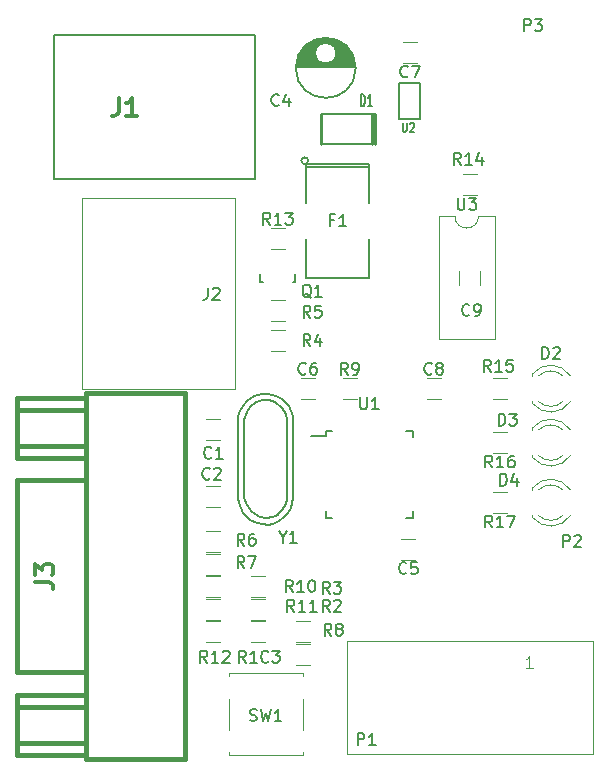
<source format=gto>
G04 #@! TF.FileFunction,Legend,Top*
%FSLAX46Y46*%
G04 Gerber Fmt 4.6, Leading zero omitted, Abs format (unit mm)*
G04 Created by KiCad (PCBNEW 4.0.7-e2-6376~58~ubuntu16.04.1) date Sun Jan 24 13:39:57 2021*
%MOMM*%
%LPD*%
G01*
G04 APERTURE LIST*
%ADD10C,0.100000*%
%ADD11C,0.150000*%
%ADD12C,0.120000*%
%ADD13C,0.254000*%
%ADD14C,0.203200*%
%ADD15C,0.127000*%
%ADD16C,0.381000*%
%ADD17C,0.304800*%
G04 APERTURE END LIST*
D10*
D11*
X16748760Y-42672000D02*
X16347440Y-42872660D01*
X16347440Y-42872660D02*
X15748000Y-42974260D01*
X15748000Y-42974260D02*
X15247620Y-42872660D01*
X15247620Y-42872660D02*
X14549120Y-42473880D01*
X14549120Y-42473880D02*
X14147800Y-41871900D01*
X14147800Y-41871900D02*
X13947140Y-41272460D01*
X13947140Y-41272460D02*
X13947140Y-34673540D01*
X13947140Y-34673540D02*
X14147800Y-33972500D01*
X14147800Y-33972500D02*
X14447520Y-33573720D01*
X14447520Y-33573720D02*
X14947900Y-33172400D01*
X14947900Y-33172400D02*
X15547340Y-32971740D01*
X15547340Y-32971740D02*
X16047720Y-32971740D01*
X16047720Y-32971740D02*
X16548100Y-33172400D01*
X16548100Y-33172400D02*
X17147540Y-33672780D01*
X17147540Y-33672780D02*
X17447260Y-34173160D01*
X17447260Y-34173160D02*
X17548860Y-34673540D01*
X17548860Y-34772600D02*
X17548860Y-41374060D01*
X17548860Y-41374060D02*
X17447260Y-41772840D01*
X17447260Y-41772840D02*
X17147540Y-42273220D01*
X17147540Y-42273220D02*
X16647160Y-42773600D01*
X18077180Y-34782760D02*
X18028920Y-34323020D01*
X18028920Y-34323020D02*
X17917160Y-33924240D01*
X17917160Y-33924240D02*
X17698720Y-33492440D01*
X17698720Y-33492440D02*
X17467580Y-33202880D01*
X17467580Y-33202880D02*
X17117060Y-32872680D01*
X17117060Y-32872680D02*
X16578580Y-32583120D01*
X16578580Y-32583120D02*
X15979140Y-32453580D01*
X15979140Y-32453580D02*
X15468600Y-32453580D01*
X15468600Y-32453580D02*
X14767560Y-32623760D01*
X14767560Y-32623760D02*
X14178280Y-33022540D01*
X14178280Y-33022540D02*
X13807440Y-33482280D01*
X13807440Y-33482280D02*
X13599160Y-33903920D01*
X13599160Y-33903920D02*
X13439140Y-34353500D01*
X13439140Y-34353500D02*
X13408660Y-34792920D01*
X13627100Y-42133520D02*
X13848080Y-42511980D01*
X13848080Y-42511980D02*
X14127480Y-42832020D01*
X14127480Y-42832020D02*
X14457680Y-43083480D01*
X14457680Y-43083480D02*
X15008860Y-43383200D01*
X15008860Y-43383200D02*
X15478760Y-43492420D01*
X15478760Y-43492420D02*
X15938500Y-43512740D01*
X15938500Y-43512740D02*
X16398240Y-43423840D01*
X16398240Y-43423840D02*
X16847820Y-43233340D01*
X16847820Y-43233340D02*
X17317720Y-42872660D01*
X17317720Y-42872660D02*
X17637760Y-42522140D01*
X17637760Y-42522140D02*
X17868900Y-42133520D01*
X17868900Y-42133520D02*
X18008600Y-41704260D01*
X18008600Y-41704260D02*
X18077180Y-41262300D01*
X13418820Y-34772600D02*
X13418820Y-41224200D01*
X13418820Y-41224200D02*
X13456920Y-41643300D01*
X13456920Y-41643300D02*
X13627100Y-42133520D01*
X18077180Y-34772600D02*
X18077180Y-41224200D01*
D12*
X10703000Y-34553000D02*
X11903000Y-34553000D01*
X11903000Y-36313000D02*
X10703000Y-36313000D01*
X10703000Y-40268000D02*
X11903000Y-40268000D01*
X11903000Y-42028000D02*
X10703000Y-42028000D01*
X18323000Y-53603000D02*
X19523000Y-53603000D01*
X19523000Y-55363000D02*
X18323000Y-55363000D01*
D11*
X18329000Y-4771000D02*
X23327000Y-4771000D01*
X18337000Y-4631000D02*
X23319000Y-4631000D01*
X18353000Y-4491000D02*
X20733000Y-4491000D01*
X20923000Y-4491000D02*
X23303000Y-4491000D01*
X18377000Y-4351000D02*
X20338000Y-4351000D01*
X21318000Y-4351000D02*
X23279000Y-4351000D01*
X18410000Y-4211000D02*
X20171000Y-4211000D01*
X21485000Y-4211000D02*
X23246000Y-4211000D01*
X18451000Y-4071000D02*
X20064000Y-4071000D01*
X21592000Y-4071000D02*
X23205000Y-4071000D01*
X18501000Y-3931000D02*
X19993000Y-3931000D01*
X21663000Y-3931000D02*
X23155000Y-3931000D01*
X18562000Y-3791000D02*
X19949000Y-3791000D01*
X21707000Y-3791000D02*
X23094000Y-3791000D01*
X18632000Y-3651000D02*
X19930000Y-3651000D01*
X21726000Y-3651000D02*
X23024000Y-3651000D01*
X18714000Y-3511000D02*
X19932000Y-3511000D01*
X21724000Y-3511000D02*
X22942000Y-3511000D01*
X18809000Y-3371000D02*
X19957000Y-3371000D01*
X21699000Y-3371000D02*
X22847000Y-3371000D01*
X18920000Y-3231000D02*
X20005000Y-3231000D01*
X21651000Y-3231000D02*
X22736000Y-3231000D01*
X19048000Y-3091000D02*
X20083000Y-3091000D01*
X21573000Y-3091000D02*
X22608000Y-3091000D01*
X19197000Y-2951000D02*
X20200000Y-2951000D01*
X21456000Y-2951000D02*
X22459000Y-2951000D01*
X19376000Y-2811000D02*
X20388000Y-2811000D01*
X21268000Y-2811000D02*
X22280000Y-2811000D01*
X19595000Y-2671000D02*
X22061000Y-2671000D01*
X19884000Y-2531000D02*
X21772000Y-2531000D01*
X20356000Y-2391000D02*
X21300000Y-2391000D01*
X21728000Y-3596000D02*
G75*
G03X21728000Y-3596000I-900000J0D01*
G01*
X23365500Y-4846000D02*
G75*
G03X23365500Y-4846000I-2537500J0D01*
G01*
D12*
X27213000Y-44713000D02*
X28413000Y-44713000D01*
X28413000Y-46473000D02*
X27213000Y-46473000D01*
X19904000Y-32884000D02*
X18704000Y-32884000D01*
X18704000Y-31124000D02*
X19904000Y-31124000D01*
X27340000Y-2676000D02*
X28540000Y-2676000D01*
X28540000Y-4436000D02*
X27340000Y-4436000D01*
X30572000Y-32884000D02*
X29372000Y-32884000D01*
X29372000Y-31124000D02*
X30572000Y-31124000D01*
X32140000Y-23206000D02*
X32140000Y-22006000D01*
X33900000Y-22006000D02*
X33900000Y-23206000D01*
D13*
X24765000Y-11303000D02*
X24765000Y-8763000D01*
X25019000Y-11303000D02*
X25019000Y-8763000D01*
X20447000Y-8763000D02*
X20447000Y-11303000D01*
D14*
X25019000Y-11303000D02*
X20447000Y-11303000D01*
X20447000Y-8763000D02*
X25019000Y-8763000D01*
D12*
X41550335Y-30925392D02*
G75*
G03X38318000Y-30768484I-1672335J-1078608D01*
G01*
X41550335Y-33082608D02*
G75*
G02X38318000Y-33239516I-1672335J1078608D01*
G01*
X40919130Y-30924163D02*
G75*
G03X38837039Y-30924000I-1041130J-1079837D01*
G01*
X40919130Y-33083837D02*
G75*
G02X38837039Y-33084000I-1041130J1079837D01*
G01*
X38318000Y-30768000D02*
X38318000Y-30924000D01*
X38318000Y-33084000D02*
X38318000Y-33240000D01*
X41550335Y-35497392D02*
G75*
G03X38318000Y-35340484I-1672335J-1078608D01*
G01*
X41550335Y-37654608D02*
G75*
G02X38318000Y-37811516I-1672335J1078608D01*
G01*
X40919130Y-35496163D02*
G75*
G03X38837039Y-35496000I-1041130J-1079837D01*
G01*
X40919130Y-37655837D02*
G75*
G02X38837039Y-37656000I-1041130J1079837D01*
G01*
X38318000Y-35340000D02*
X38318000Y-35496000D01*
X38318000Y-37656000D02*
X38318000Y-37812000D01*
X41550335Y-40577392D02*
G75*
G03X38318000Y-40420484I-1672335J-1078608D01*
G01*
X41550335Y-42734608D02*
G75*
G02X38318000Y-42891516I-1672335J1078608D01*
G01*
X40919130Y-40576163D02*
G75*
G03X38837039Y-40576000I-1041130J-1079837D01*
G01*
X40919130Y-42735837D02*
G75*
G02X38837039Y-42736000I-1041130J1079837D01*
G01*
X38318000Y-40420000D02*
X38318000Y-40576000D01*
X38318000Y-42736000D02*
X38318000Y-42892000D01*
D11*
X19333981Y-12700000D02*
G75*
G03X19333981Y-12700000I-283981J0D01*
G01*
X24511000Y-13208000D02*
X19177000Y-13208000D01*
X24511000Y-12954000D02*
X19177000Y-12954000D01*
X19177000Y-16256000D02*
X19177000Y-12954000D01*
X24511000Y-16256000D02*
X24511000Y-12954000D01*
X24511000Y-19304000D02*
X24511000Y-22606000D01*
X24511000Y-22606000D02*
X19177000Y-22606000D01*
X19177000Y-22606000D02*
X19177000Y-19304000D01*
D15*
X-2159000Y-2032000D02*
X-2159000Y-14224000D01*
X-2159000Y-14224000D02*
X14859000Y-14224000D01*
X14859000Y-14224000D02*
X14859000Y-2032000D01*
X14859000Y-2032000D02*
X-2159000Y-2032000D01*
D12*
X13163000Y-32073000D02*
X163000Y-32073000D01*
X13163000Y-15873000D02*
X163000Y-15873000D01*
X13163000Y-15873000D02*
X13163000Y-32073000D01*
X163000Y-15873000D02*
X163000Y-32073000D01*
X43430000Y-62966000D02*
X22610000Y-62966000D01*
X22610000Y-62966000D02*
X22610000Y-53366000D01*
X22610000Y-53366000D02*
X43430000Y-53366000D01*
X43430000Y-53366000D02*
X43430000Y-62966000D01*
D11*
X15464840Y-23002240D02*
X15513100Y-23002240D01*
X18263820Y-22301200D02*
X18263820Y-23002240D01*
X18263820Y-23002240D02*
X18014900Y-23002240D01*
X15464840Y-23002240D02*
X15264180Y-23002240D01*
X15264180Y-23002240D02*
X15264180Y-22301200D01*
D12*
X15713000Y-53458000D02*
X14513000Y-53458000D01*
X14513000Y-51698000D02*
X15713000Y-51698000D01*
X15713000Y-51553000D02*
X14513000Y-51553000D01*
X14513000Y-49793000D02*
X15713000Y-49793000D01*
X15713000Y-49648000D02*
X14513000Y-49648000D01*
X14513000Y-47888000D02*
X15713000Y-47888000D01*
X16164000Y-27060000D02*
X17364000Y-27060000D01*
X17364000Y-28820000D02*
X16164000Y-28820000D01*
X16164000Y-24520000D02*
X17364000Y-24520000D01*
X17364000Y-26280000D02*
X16164000Y-26280000D01*
X10703000Y-44078000D02*
X11903000Y-44078000D01*
X11903000Y-45838000D02*
X10703000Y-45838000D01*
X10703000Y-45983000D02*
X11903000Y-45983000D01*
X11903000Y-47743000D02*
X10703000Y-47743000D01*
X18323000Y-51698000D02*
X19523000Y-51698000D01*
X19523000Y-53458000D02*
X18323000Y-53458000D01*
X23460000Y-32884000D02*
X22260000Y-32884000D01*
X22260000Y-31124000D02*
X23460000Y-31124000D01*
X11903000Y-49648000D02*
X10703000Y-49648000D01*
X10703000Y-47888000D02*
X11903000Y-47888000D01*
X11903000Y-51553000D02*
X10703000Y-51553000D01*
X10703000Y-49793000D02*
X11903000Y-49793000D01*
X11903000Y-53458000D02*
X10703000Y-53458000D01*
X10703000Y-51698000D02*
X11903000Y-51698000D01*
X17364000Y-20184000D02*
X16164000Y-20184000D01*
X16164000Y-18424000D02*
X17364000Y-18424000D01*
X32420000Y-13852000D02*
X33620000Y-13852000D01*
X33620000Y-15612000D02*
X32420000Y-15612000D01*
X34960000Y-31124000D02*
X36160000Y-31124000D01*
X36160000Y-32884000D02*
X34960000Y-32884000D01*
X34960000Y-35696000D02*
X36160000Y-35696000D01*
X36160000Y-37456000D02*
X34960000Y-37456000D01*
X34960000Y-40776000D02*
X36160000Y-40776000D01*
X36160000Y-42536000D02*
X34960000Y-42536000D01*
X18898000Y-62763000D02*
X18898000Y-63013000D01*
X18898000Y-63013000D02*
X12598000Y-63013000D01*
X12598000Y-63013000D02*
X12598000Y-62763000D01*
X18898000Y-58263000D02*
X18898000Y-60863000D01*
X12598000Y-56363000D02*
X12598000Y-56113000D01*
X12598000Y-56113000D02*
X18898000Y-56113000D01*
X18898000Y-56113000D02*
X18898000Y-56363000D01*
X12598000Y-60863000D02*
X12598000Y-58263000D01*
D15*
X28829000Y-9144000D02*
X27051000Y-9144000D01*
X27051000Y-9144000D02*
X27051000Y-6096000D01*
X27051000Y-6096000D02*
X28829000Y-6096000D01*
X28829000Y-6096000D02*
X28829000Y-9144000D01*
D12*
X31766000Y-17406000D02*
X30396000Y-17406000D01*
X30396000Y-17406000D02*
X30396000Y-27806000D01*
X30396000Y-27806000D02*
X35136000Y-27806000D01*
X35136000Y-27806000D02*
X35136000Y-17406000D01*
X35136000Y-17406000D02*
X33766000Y-17406000D01*
X33766000Y-17406000D02*
G75*
G02X31766000Y-17406000I-1000000J0D01*
G01*
D11*
X20836000Y-35568000D02*
X20836000Y-36018000D01*
X28186000Y-35568000D02*
X28186000Y-36118000D01*
X28186000Y-42918000D02*
X28186000Y-42368000D01*
X20836000Y-42918000D02*
X20836000Y-42368000D01*
X20836000Y-35568000D02*
X21386000Y-35568000D01*
X20836000Y-42918000D02*
X21386000Y-42918000D01*
X28186000Y-42918000D02*
X27636000Y-42918000D01*
X28186000Y-35568000D02*
X27636000Y-35568000D01*
X20836000Y-36018000D02*
X19561000Y-36018000D01*
D16*
X508000Y-37846000D02*
X-5334000Y-37846000D01*
X508000Y-32385000D02*
X8890000Y-32385000D01*
X8890000Y-63373000D02*
X508000Y-63373000D01*
X8890000Y-63373000D02*
X8890000Y-32385000D01*
X508000Y-36830000D02*
X-5334000Y-36830000D01*
X508000Y-33782000D02*
X-5334000Y-33782000D01*
X508000Y-61976000D02*
X-5334000Y-61976000D01*
X508000Y-58928000D02*
X-5334000Y-58928000D01*
X508000Y-57912000D02*
X-5334000Y-57912000D01*
X-5334000Y-57912000D02*
X-5334000Y-62992000D01*
X-5334000Y-62992000D02*
X381000Y-62992000D01*
X508000Y-32766000D02*
X-5334000Y-32766000D01*
X-5334000Y-32766000D02*
X-5334000Y-37846000D01*
X508000Y-39751000D02*
X-5334000Y-39751000D01*
X-5334000Y-39751000D02*
X-5334000Y-56007000D01*
X-5334000Y-56007000D02*
X508000Y-56007000D01*
X508000Y-32385000D02*
X508000Y-63373000D01*
D11*
X17176809Y-44553190D02*
X17176809Y-45029381D01*
X16843476Y-44029381D02*
X17176809Y-44553190D01*
X17510143Y-44029381D01*
X18367286Y-45029381D02*
X17795857Y-45029381D01*
X18081571Y-45029381D02*
X18081571Y-44029381D01*
X17986333Y-44172238D01*
X17891095Y-44267476D01*
X17795857Y-44315095D01*
X11136334Y-37822143D02*
X11088715Y-37869762D01*
X10945858Y-37917381D01*
X10850620Y-37917381D01*
X10707762Y-37869762D01*
X10612524Y-37774524D01*
X10564905Y-37679286D01*
X10517286Y-37488810D01*
X10517286Y-37345952D01*
X10564905Y-37155476D01*
X10612524Y-37060238D01*
X10707762Y-36965000D01*
X10850620Y-36917381D01*
X10945858Y-36917381D01*
X11088715Y-36965000D01*
X11136334Y-37012619D01*
X12088715Y-37917381D02*
X11517286Y-37917381D01*
X11803000Y-37917381D02*
X11803000Y-36917381D01*
X11707762Y-37060238D01*
X11612524Y-37155476D01*
X11517286Y-37203095D01*
X11009334Y-39600143D02*
X10961715Y-39647762D01*
X10818858Y-39695381D01*
X10723620Y-39695381D01*
X10580762Y-39647762D01*
X10485524Y-39552524D01*
X10437905Y-39457286D01*
X10390286Y-39266810D01*
X10390286Y-39123952D01*
X10437905Y-38933476D01*
X10485524Y-38838238D01*
X10580762Y-38743000D01*
X10723620Y-38695381D01*
X10818858Y-38695381D01*
X10961715Y-38743000D01*
X11009334Y-38790619D01*
X11390286Y-38790619D02*
X11437905Y-38743000D01*
X11533143Y-38695381D01*
X11771239Y-38695381D01*
X11866477Y-38743000D01*
X11914096Y-38790619D01*
X11961715Y-38885857D01*
X11961715Y-38981095D01*
X11914096Y-39123952D01*
X11342667Y-39695381D01*
X11961715Y-39695381D01*
X15962334Y-55094143D02*
X15914715Y-55141762D01*
X15771858Y-55189381D01*
X15676620Y-55189381D01*
X15533762Y-55141762D01*
X15438524Y-55046524D01*
X15390905Y-54951286D01*
X15343286Y-54760810D01*
X15343286Y-54617952D01*
X15390905Y-54427476D01*
X15438524Y-54332238D01*
X15533762Y-54237000D01*
X15676620Y-54189381D01*
X15771858Y-54189381D01*
X15914715Y-54237000D01*
X15962334Y-54284619D01*
X16295667Y-54189381D02*
X16914715Y-54189381D01*
X16581381Y-54570333D01*
X16724239Y-54570333D01*
X16819477Y-54617952D01*
X16867096Y-54665571D01*
X16914715Y-54760810D01*
X16914715Y-54998905D01*
X16867096Y-55094143D01*
X16819477Y-55141762D01*
X16724239Y-55189381D01*
X16438524Y-55189381D01*
X16343286Y-55141762D01*
X16295667Y-55094143D01*
X16851334Y-7977143D02*
X16803715Y-8024762D01*
X16660858Y-8072381D01*
X16565620Y-8072381D01*
X16422762Y-8024762D01*
X16327524Y-7929524D01*
X16279905Y-7834286D01*
X16232286Y-7643810D01*
X16232286Y-7500952D01*
X16279905Y-7310476D01*
X16327524Y-7215238D01*
X16422762Y-7120000D01*
X16565620Y-7072381D01*
X16660858Y-7072381D01*
X16803715Y-7120000D01*
X16851334Y-7167619D01*
X17708477Y-7405714D02*
X17708477Y-8072381D01*
X17470381Y-7024762D02*
X17232286Y-7739048D01*
X17851334Y-7739048D01*
X27646334Y-47600143D02*
X27598715Y-47647762D01*
X27455858Y-47695381D01*
X27360620Y-47695381D01*
X27217762Y-47647762D01*
X27122524Y-47552524D01*
X27074905Y-47457286D01*
X27027286Y-47266810D01*
X27027286Y-47123952D01*
X27074905Y-46933476D01*
X27122524Y-46838238D01*
X27217762Y-46743000D01*
X27360620Y-46695381D01*
X27455858Y-46695381D01*
X27598715Y-46743000D01*
X27646334Y-46790619D01*
X28551096Y-46695381D02*
X28074905Y-46695381D01*
X28027286Y-47171571D01*
X28074905Y-47123952D01*
X28170143Y-47076333D01*
X28408239Y-47076333D01*
X28503477Y-47123952D01*
X28551096Y-47171571D01*
X28598715Y-47266810D01*
X28598715Y-47504905D01*
X28551096Y-47600143D01*
X28503477Y-47647762D01*
X28408239Y-47695381D01*
X28170143Y-47695381D01*
X28074905Y-47647762D01*
X28027286Y-47600143D01*
X19137334Y-30711143D02*
X19089715Y-30758762D01*
X18946858Y-30806381D01*
X18851620Y-30806381D01*
X18708762Y-30758762D01*
X18613524Y-30663524D01*
X18565905Y-30568286D01*
X18518286Y-30377810D01*
X18518286Y-30234952D01*
X18565905Y-30044476D01*
X18613524Y-29949238D01*
X18708762Y-29854000D01*
X18851620Y-29806381D01*
X18946858Y-29806381D01*
X19089715Y-29854000D01*
X19137334Y-29901619D01*
X19994477Y-29806381D02*
X19804000Y-29806381D01*
X19708762Y-29854000D01*
X19661143Y-29901619D01*
X19565905Y-30044476D01*
X19518286Y-30234952D01*
X19518286Y-30615905D01*
X19565905Y-30711143D01*
X19613524Y-30758762D01*
X19708762Y-30806381D01*
X19899239Y-30806381D01*
X19994477Y-30758762D01*
X20042096Y-30711143D01*
X20089715Y-30615905D01*
X20089715Y-30377810D01*
X20042096Y-30282571D01*
X19994477Y-30234952D01*
X19899239Y-30187333D01*
X19708762Y-30187333D01*
X19613524Y-30234952D01*
X19565905Y-30282571D01*
X19518286Y-30377810D01*
X27773334Y-5563143D02*
X27725715Y-5610762D01*
X27582858Y-5658381D01*
X27487620Y-5658381D01*
X27344762Y-5610762D01*
X27249524Y-5515524D01*
X27201905Y-5420286D01*
X27154286Y-5229810D01*
X27154286Y-5086952D01*
X27201905Y-4896476D01*
X27249524Y-4801238D01*
X27344762Y-4706000D01*
X27487620Y-4658381D01*
X27582858Y-4658381D01*
X27725715Y-4706000D01*
X27773334Y-4753619D01*
X28106667Y-4658381D02*
X28773334Y-4658381D01*
X28344762Y-5658381D01*
X29805334Y-30711143D02*
X29757715Y-30758762D01*
X29614858Y-30806381D01*
X29519620Y-30806381D01*
X29376762Y-30758762D01*
X29281524Y-30663524D01*
X29233905Y-30568286D01*
X29186286Y-30377810D01*
X29186286Y-30234952D01*
X29233905Y-30044476D01*
X29281524Y-29949238D01*
X29376762Y-29854000D01*
X29519620Y-29806381D01*
X29614858Y-29806381D01*
X29757715Y-29854000D01*
X29805334Y-29901619D01*
X30376762Y-30234952D02*
X30281524Y-30187333D01*
X30233905Y-30139714D01*
X30186286Y-30044476D01*
X30186286Y-29996857D01*
X30233905Y-29901619D01*
X30281524Y-29854000D01*
X30376762Y-29806381D01*
X30567239Y-29806381D01*
X30662477Y-29854000D01*
X30710096Y-29901619D01*
X30757715Y-29996857D01*
X30757715Y-30044476D01*
X30710096Y-30139714D01*
X30662477Y-30187333D01*
X30567239Y-30234952D01*
X30376762Y-30234952D01*
X30281524Y-30282571D01*
X30233905Y-30330190D01*
X30186286Y-30425429D01*
X30186286Y-30615905D01*
X30233905Y-30711143D01*
X30281524Y-30758762D01*
X30376762Y-30806381D01*
X30567239Y-30806381D01*
X30662477Y-30758762D01*
X30710096Y-30711143D01*
X30757715Y-30615905D01*
X30757715Y-30425429D01*
X30710096Y-30330190D01*
X30662477Y-30282571D01*
X30567239Y-30234952D01*
X32980334Y-25757143D02*
X32932715Y-25804762D01*
X32789858Y-25852381D01*
X32694620Y-25852381D01*
X32551762Y-25804762D01*
X32456524Y-25709524D01*
X32408905Y-25614286D01*
X32361286Y-25423810D01*
X32361286Y-25280952D01*
X32408905Y-25090476D01*
X32456524Y-24995238D01*
X32551762Y-24900000D01*
X32694620Y-24852381D01*
X32789858Y-24852381D01*
X32932715Y-24900000D01*
X32980334Y-24947619D01*
X33456524Y-25852381D02*
X33647000Y-25852381D01*
X33742239Y-25804762D01*
X33789858Y-25757143D01*
X33885096Y-25614286D01*
X33932715Y-25423810D01*
X33932715Y-25042857D01*
X33885096Y-24947619D01*
X33837477Y-24900000D01*
X33742239Y-24852381D01*
X33551762Y-24852381D01*
X33456524Y-24900000D01*
X33408905Y-24947619D01*
X33361286Y-25042857D01*
X33361286Y-25280952D01*
X33408905Y-25376190D01*
X33456524Y-25423810D01*
X33551762Y-25471429D01*
X33742239Y-25471429D01*
X33837477Y-25423810D01*
X33885096Y-25376190D01*
X33932715Y-25280952D01*
D15*
X23788309Y-8079619D02*
X23788309Y-7063619D01*
X23939500Y-7063619D01*
X24030214Y-7112000D01*
X24090690Y-7208762D01*
X24120929Y-7305524D01*
X24151167Y-7499048D01*
X24151167Y-7644190D01*
X24120929Y-7837714D01*
X24090690Y-7934476D01*
X24030214Y-8031238D01*
X23939500Y-8079619D01*
X23788309Y-8079619D01*
X24755929Y-8079619D02*
X24393071Y-8079619D01*
X24574500Y-8079619D02*
X24574500Y-7063619D01*
X24514024Y-7208762D01*
X24453548Y-7305524D01*
X24393071Y-7353905D01*
D11*
X39139905Y-29496381D02*
X39139905Y-28496381D01*
X39378000Y-28496381D01*
X39520858Y-28544000D01*
X39616096Y-28639238D01*
X39663715Y-28734476D01*
X39711334Y-28924952D01*
X39711334Y-29067810D01*
X39663715Y-29258286D01*
X39616096Y-29353524D01*
X39520858Y-29448762D01*
X39378000Y-29496381D01*
X39139905Y-29496381D01*
X40092286Y-28591619D02*
X40139905Y-28544000D01*
X40235143Y-28496381D01*
X40473239Y-28496381D01*
X40568477Y-28544000D01*
X40616096Y-28591619D01*
X40663715Y-28686857D01*
X40663715Y-28782095D01*
X40616096Y-28924952D01*
X40044667Y-29496381D01*
X40663715Y-29496381D01*
X35456905Y-35123381D02*
X35456905Y-34123381D01*
X35695000Y-34123381D01*
X35837858Y-34171000D01*
X35933096Y-34266238D01*
X35980715Y-34361476D01*
X36028334Y-34551952D01*
X36028334Y-34694810D01*
X35980715Y-34885286D01*
X35933096Y-34980524D01*
X35837858Y-35075762D01*
X35695000Y-35123381D01*
X35456905Y-35123381D01*
X36361667Y-34123381D02*
X36980715Y-34123381D01*
X36647381Y-34504333D01*
X36790239Y-34504333D01*
X36885477Y-34551952D01*
X36933096Y-34599571D01*
X36980715Y-34694810D01*
X36980715Y-34932905D01*
X36933096Y-35028143D01*
X36885477Y-35075762D01*
X36790239Y-35123381D01*
X36504524Y-35123381D01*
X36409286Y-35075762D01*
X36361667Y-35028143D01*
X35583905Y-40203381D02*
X35583905Y-39203381D01*
X35822000Y-39203381D01*
X35964858Y-39251000D01*
X36060096Y-39346238D01*
X36107715Y-39441476D01*
X36155334Y-39631952D01*
X36155334Y-39774810D01*
X36107715Y-39965286D01*
X36060096Y-40060524D01*
X35964858Y-40155762D01*
X35822000Y-40203381D01*
X35583905Y-40203381D01*
X37012477Y-39536714D02*
X37012477Y-40203381D01*
X36774381Y-39155762D02*
X36536286Y-39870048D01*
X37155334Y-39870048D01*
X21510667Y-17708571D02*
X21177333Y-17708571D01*
X21177333Y-18232381D02*
X21177333Y-17232381D01*
X21653524Y-17232381D01*
X22558286Y-18232381D02*
X21986857Y-18232381D01*
X22272571Y-18232381D02*
X22272571Y-17232381D01*
X22177333Y-17375238D01*
X22082095Y-17470476D01*
X21986857Y-17518095D01*
D17*
X3302000Y-7420429D02*
X3302000Y-8509000D01*
X3229428Y-8726714D01*
X3084285Y-8871857D01*
X2866571Y-8944429D01*
X2721428Y-8944429D01*
X4826000Y-8944429D02*
X3955143Y-8944429D01*
X4390571Y-8944429D02*
X4390571Y-7420429D01*
X4245428Y-7638143D01*
X4100286Y-7783286D01*
X3955143Y-7855857D01*
D11*
X10842667Y-23455381D02*
X10842667Y-24169667D01*
X10795047Y-24312524D01*
X10699809Y-24407762D01*
X10556952Y-24455381D01*
X10461714Y-24455381D01*
X11271238Y-23550619D02*
X11318857Y-23503000D01*
X11414095Y-23455381D01*
X11652191Y-23455381D01*
X11747429Y-23503000D01*
X11795048Y-23550619D01*
X11842667Y-23645857D01*
X11842667Y-23741095D01*
X11795048Y-23883952D01*
X11223619Y-24455381D01*
X11842667Y-24455381D01*
X23518905Y-62174381D02*
X23518905Y-61174381D01*
X23899858Y-61174381D01*
X23995096Y-61222000D01*
X24042715Y-61269619D01*
X24090334Y-61364857D01*
X24090334Y-61507714D01*
X24042715Y-61602952D01*
X23995096Y-61650571D01*
X23899858Y-61698190D01*
X23518905Y-61698190D01*
X25042715Y-62174381D02*
X24471286Y-62174381D01*
X24757000Y-62174381D02*
X24757000Y-61174381D01*
X24661762Y-61317238D01*
X24566524Y-61412476D01*
X24471286Y-61460095D01*
D12*
X38365715Y-55628381D02*
X37794286Y-55628381D01*
X38080000Y-55628381D02*
X38080000Y-54628381D01*
X37984762Y-54771238D01*
X37889524Y-54866476D01*
X37794286Y-54914095D01*
D11*
X40917905Y-45410381D02*
X40917905Y-44410381D01*
X41298858Y-44410381D01*
X41394096Y-44458000D01*
X41441715Y-44505619D01*
X41489334Y-44600857D01*
X41489334Y-44743714D01*
X41441715Y-44838952D01*
X41394096Y-44886571D01*
X41298858Y-44934190D01*
X40917905Y-44934190D01*
X41870286Y-44505619D02*
X41917905Y-44458000D01*
X42013143Y-44410381D01*
X42251239Y-44410381D01*
X42346477Y-44458000D01*
X42394096Y-44505619D01*
X42441715Y-44600857D01*
X42441715Y-44696095D01*
X42394096Y-44838952D01*
X41822667Y-45410381D01*
X42441715Y-45410381D01*
X37615905Y-1713381D02*
X37615905Y-713381D01*
X37996858Y-713381D01*
X38092096Y-761000D01*
X38139715Y-808619D01*
X38187334Y-903857D01*
X38187334Y-1046714D01*
X38139715Y-1141952D01*
X38092096Y-1189571D01*
X37996858Y-1237190D01*
X37615905Y-1237190D01*
X38520667Y-713381D02*
X39139715Y-713381D01*
X38806381Y-1094333D01*
X38949239Y-1094333D01*
X39044477Y-1141952D01*
X39092096Y-1189571D01*
X39139715Y-1284810D01*
X39139715Y-1522905D01*
X39092096Y-1618143D01*
X39044477Y-1665762D01*
X38949239Y-1713381D01*
X38663524Y-1713381D01*
X38568286Y-1665762D01*
X38520667Y-1618143D01*
X19589762Y-24296619D02*
X19494524Y-24249000D01*
X19399286Y-24153762D01*
X19256429Y-24010905D01*
X19161190Y-23963286D01*
X19065952Y-23963286D01*
X19113571Y-24201381D02*
X19018333Y-24153762D01*
X18923095Y-24058524D01*
X18875476Y-23868048D01*
X18875476Y-23534714D01*
X18923095Y-23344238D01*
X19018333Y-23249000D01*
X19113571Y-23201381D01*
X19304048Y-23201381D01*
X19399286Y-23249000D01*
X19494524Y-23344238D01*
X19542143Y-23534714D01*
X19542143Y-23868048D01*
X19494524Y-24058524D01*
X19399286Y-24153762D01*
X19304048Y-24201381D01*
X19113571Y-24201381D01*
X20494524Y-24201381D02*
X19923095Y-24201381D01*
X20208809Y-24201381D02*
X20208809Y-23201381D01*
X20113571Y-23344238D01*
X20018333Y-23439476D01*
X19923095Y-23487095D01*
X14057334Y-55189381D02*
X13724000Y-54713190D01*
X13485905Y-55189381D02*
X13485905Y-54189381D01*
X13866858Y-54189381D01*
X13962096Y-54237000D01*
X14009715Y-54284619D01*
X14057334Y-54379857D01*
X14057334Y-54522714D01*
X14009715Y-54617952D01*
X13962096Y-54665571D01*
X13866858Y-54713190D01*
X13485905Y-54713190D01*
X15009715Y-55189381D02*
X14438286Y-55189381D01*
X14724000Y-55189381D02*
X14724000Y-54189381D01*
X14628762Y-54332238D01*
X14533524Y-54427476D01*
X14438286Y-54475095D01*
X21169334Y-50871381D02*
X20836000Y-50395190D01*
X20597905Y-50871381D02*
X20597905Y-49871381D01*
X20978858Y-49871381D01*
X21074096Y-49919000D01*
X21121715Y-49966619D01*
X21169334Y-50061857D01*
X21169334Y-50204714D01*
X21121715Y-50299952D01*
X21074096Y-50347571D01*
X20978858Y-50395190D01*
X20597905Y-50395190D01*
X21550286Y-49966619D02*
X21597905Y-49919000D01*
X21693143Y-49871381D01*
X21931239Y-49871381D01*
X22026477Y-49919000D01*
X22074096Y-49966619D01*
X22121715Y-50061857D01*
X22121715Y-50157095D01*
X22074096Y-50299952D01*
X21502667Y-50871381D01*
X22121715Y-50871381D01*
X21169334Y-49347381D02*
X20836000Y-48871190D01*
X20597905Y-49347381D02*
X20597905Y-48347381D01*
X20978858Y-48347381D01*
X21074096Y-48395000D01*
X21121715Y-48442619D01*
X21169334Y-48537857D01*
X21169334Y-48680714D01*
X21121715Y-48775952D01*
X21074096Y-48823571D01*
X20978858Y-48871190D01*
X20597905Y-48871190D01*
X21502667Y-48347381D02*
X22121715Y-48347381D01*
X21788381Y-48728333D01*
X21931239Y-48728333D01*
X22026477Y-48775952D01*
X22074096Y-48823571D01*
X22121715Y-48918810D01*
X22121715Y-49156905D01*
X22074096Y-49252143D01*
X22026477Y-49299762D01*
X21931239Y-49347381D01*
X21645524Y-49347381D01*
X21550286Y-49299762D01*
X21502667Y-49252143D01*
X19518334Y-28392381D02*
X19185000Y-27916190D01*
X18946905Y-28392381D02*
X18946905Y-27392381D01*
X19327858Y-27392381D01*
X19423096Y-27440000D01*
X19470715Y-27487619D01*
X19518334Y-27582857D01*
X19518334Y-27725714D01*
X19470715Y-27820952D01*
X19423096Y-27868571D01*
X19327858Y-27916190D01*
X18946905Y-27916190D01*
X20375477Y-27725714D02*
X20375477Y-28392381D01*
X20137381Y-27344762D02*
X19899286Y-28059048D01*
X20518334Y-28059048D01*
X19518334Y-25979381D02*
X19185000Y-25503190D01*
X18946905Y-25979381D02*
X18946905Y-24979381D01*
X19327858Y-24979381D01*
X19423096Y-25027000D01*
X19470715Y-25074619D01*
X19518334Y-25169857D01*
X19518334Y-25312714D01*
X19470715Y-25407952D01*
X19423096Y-25455571D01*
X19327858Y-25503190D01*
X18946905Y-25503190D01*
X20423096Y-24979381D02*
X19946905Y-24979381D01*
X19899286Y-25455571D01*
X19946905Y-25407952D01*
X20042143Y-25360333D01*
X20280239Y-25360333D01*
X20375477Y-25407952D01*
X20423096Y-25455571D01*
X20470715Y-25550810D01*
X20470715Y-25788905D01*
X20423096Y-25884143D01*
X20375477Y-25931762D01*
X20280239Y-25979381D01*
X20042143Y-25979381D01*
X19946905Y-25931762D01*
X19899286Y-25884143D01*
X13930334Y-45283381D02*
X13597000Y-44807190D01*
X13358905Y-45283381D02*
X13358905Y-44283381D01*
X13739858Y-44283381D01*
X13835096Y-44331000D01*
X13882715Y-44378619D01*
X13930334Y-44473857D01*
X13930334Y-44616714D01*
X13882715Y-44711952D01*
X13835096Y-44759571D01*
X13739858Y-44807190D01*
X13358905Y-44807190D01*
X14787477Y-44283381D02*
X14597000Y-44283381D01*
X14501762Y-44331000D01*
X14454143Y-44378619D01*
X14358905Y-44521476D01*
X14311286Y-44711952D01*
X14311286Y-45092905D01*
X14358905Y-45188143D01*
X14406524Y-45235762D01*
X14501762Y-45283381D01*
X14692239Y-45283381D01*
X14787477Y-45235762D01*
X14835096Y-45188143D01*
X14882715Y-45092905D01*
X14882715Y-44854810D01*
X14835096Y-44759571D01*
X14787477Y-44711952D01*
X14692239Y-44664333D01*
X14501762Y-44664333D01*
X14406524Y-44711952D01*
X14358905Y-44759571D01*
X14311286Y-44854810D01*
X13930334Y-47188381D02*
X13597000Y-46712190D01*
X13358905Y-47188381D02*
X13358905Y-46188381D01*
X13739858Y-46188381D01*
X13835096Y-46236000D01*
X13882715Y-46283619D01*
X13930334Y-46378857D01*
X13930334Y-46521714D01*
X13882715Y-46616952D01*
X13835096Y-46664571D01*
X13739858Y-46712190D01*
X13358905Y-46712190D01*
X14263667Y-46188381D02*
X14930334Y-46188381D01*
X14501762Y-47188381D01*
X21296334Y-52903381D02*
X20963000Y-52427190D01*
X20724905Y-52903381D02*
X20724905Y-51903381D01*
X21105858Y-51903381D01*
X21201096Y-51951000D01*
X21248715Y-51998619D01*
X21296334Y-52093857D01*
X21296334Y-52236714D01*
X21248715Y-52331952D01*
X21201096Y-52379571D01*
X21105858Y-52427190D01*
X20724905Y-52427190D01*
X21867762Y-52331952D02*
X21772524Y-52284333D01*
X21724905Y-52236714D01*
X21677286Y-52141476D01*
X21677286Y-52093857D01*
X21724905Y-51998619D01*
X21772524Y-51951000D01*
X21867762Y-51903381D01*
X22058239Y-51903381D01*
X22153477Y-51951000D01*
X22201096Y-51998619D01*
X22248715Y-52093857D01*
X22248715Y-52141476D01*
X22201096Y-52236714D01*
X22153477Y-52284333D01*
X22058239Y-52331952D01*
X21867762Y-52331952D01*
X21772524Y-52379571D01*
X21724905Y-52427190D01*
X21677286Y-52522429D01*
X21677286Y-52712905D01*
X21724905Y-52808143D01*
X21772524Y-52855762D01*
X21867762Y-52903381D01*
X22058239Y-52903381D01*
X22153477Y-52855762D01*
X22201096Y-52808143D01*
X22248715Y-52712905D01*
X22248715Y-52522429D01*
X22201096Y-52427190D01*
X22153477Y-52379571D01*
X22058239Y-52331952D01*
X22693334Y-30806381D02*
X22360000Y-30330190D01*
X22121905Y-30806381D02*
X22121905Y-29806381D01*
X22502858Y-29806381D01*
X22598096Y-29854000D01*
X22645715Y-29901619D01*
X22693334Y-29996857D01*
X22693334Y-30139714D01*
X22645715Y-30234952D01*
X22598096Y-30282571D01*
X22502858Y-30330190D01*
X22121905Y-30330190D01*
X23169524Y-30806381D02*
X23360000Y-30806381D01*
X23455239Y-30758762D01*
X23502858Y-30711143D01*
X23598096Y-30568286D01*
X23645715Y-30377810D01*
X23645715Y-29996857D01*
X23598096Y-29901619D01*
X23550477Y-29854000D01*
X23455239Y-29806381D01*
X23264762Y-29806381D01*
X23169524Y-29854000D01*
X23121905Y-29901619D01*
X23074286Y-29996857D01*
X23074286Y-30234952D01*
X23121905Y-30330190D01*
X23169524Y-30377810D01*
X23264762Y-30425429D01*
X23455239Y-30425429D01*
X23550477Y-30377810D01*
X23598096Y-30330190D01*
X23645715Y-30234952D01*
X18026143Y-49220381D02*
X17692809Y-48744190D01*
X17454714Y-49220381D02*
X17454714Y-48220381D01*
X17835667Y-48220381D01*
X17930905Y-48268000D01*
X17978524Y-48315619D01*
X18026143Y-48410857D01*
X18026143Y-48553714D01*
X17978524Y-48648952D01*
X17930905Y-48696571D01*
X17835667Y-48744190D01*
X17454714Y-48744190D01*
X18978524Y-49220381D02*
X18407095Y-49220381D01*
X18692809Y-49220381D02*
X18692809Y-48220381D01*
X18597571Y-48363238D01*
X18502333Y-48458476D01*
X18407095Y-48506095D01*
X19597571Y-48220381D02*
X19692810Y-48220381D01*
X19788048Y-48268000D01*
X19835667Y-48315619D01*
X19883286Y-48410857D01*
X19930905Y-48601333D01*
X19930905Y-48839429D01*
X19883286Y-49029905D01*
X19835667Y-49125143D01*
X19788048Y-49172762D01*
X19692810Y-49220381D01*
X19597571Y-49220381D01*
X19502333Y-49172762D01*
X19454714Y-49125143D01*
X19407095Y-49029905D01*
X19359476Y-48839429D01*
X19359476Y-48601333D01*
X19407095Y-48410857D01*
X19454714Y-48315619D01*
X19502333Y-48268000D01*
X19597571Y-48220381D01*
X18153143Y-50871381D02*
X17819809Y-50395190D01*
X17581714Y-50871381D02*
X17581714Y-49871381D01*
X17962667Y-49871381D01*
X18057905Y-49919000D01*
X18105524Y-49966619D01*
X18153143Y-50061857D01*
X18153143Y-50204714D01*
X18105524Y-50299952D01*
X18057905Y-50347571D01*
X17962667Y-50395190D01*
X17581714Y-50395190D01*
X19105524Y-50871381D02*
X18534095Y-50871381D01*
X18819809Y-50871381D02*
X18819809Y-49871381D01*
X18724571Y-50014238D01*
X18629333Y-50109476D01*
X18534095Y-50157095D01*
X20057905Y-50871381D02*
X19486476Y-50871381D01*
X19772190Y-50871381D02*
X19772190Y-49871381D01*
X19676952Y-50014238D01*
X19581714Y-50109476D01*
X19486476Y-50157095D01*
X10787143Y-55189381D02*
X10453809Y-54713190D01*
X10215714Y-55189381D02*
X10215714Y-54189381D01*
X10596667Y-54189381D01*
X10691905Y-54237000D01*
X10739524Y-54284619D01*
X10787143Y-54379857D01*
X10787143Y-54522714D01*
X10739524Y-54617952D01*
X10691905Y-54665571D01*
X10596667Y-54713190D01*
X10215714Y-54713190D01*
X11739524Y-55189381D02*
X11168095Y-55189381D01*
X11453809Y-55189381D02*
X11453809Y-54189381D01*
X11358571Y-54332238D01*
X11263333Y-54427476D01*
X11168095Y-54475095D01*
X12120476Y-54284619D02*
X12168095Y-54237000D01*
X12263333Y-54189381D01*
X12501429Y-54189381D01*
X12596667Y-54237000D01*
X12644286Y-54284619D01*
X12691905Y-54379857D01*
X12691905Y-54475095D01*
X12644286Y-54617952D01*
X12072857Y-55189381D01*
X12691905Y-55189381D01*
X16121143Y-18106381D02*
X15787809Y-17630190D01*
X15549714Y-18106381D02*
X15549714Y-17106381D01*
X15930667Y-17106381D01*
X16025905Y-17154000D01*
X16073524Y-17201619D01*
X16121143Y-17296857D01*
X16121143Y-17439714D01*
X16073524Y-17534952D01*
X16025905Y-17582571D01*
X15930667Y-17630190D01*
X15549714Y-17630190D01*
X17073524Y-18106381D02*
X16502095Y-18106381D01*
X16787809Y-18106381D02*
X16787809Y-17106381D01*
X16692571Y-17249238D01*
X16597333Y-17344476D01*
X16502095Y-17392095D01*
X17406857Y-17106381D02*
X18025905Y-17106381D01*
X17692571Y-17487333D01*
X17835429Y-17487333D01*
X17930667Y-17534952D01*
X17978286Y-17582571D01*
X18025905Y-17677810D01*
X18025905Y-17915905D01*
X17978286Y-18011143D01*
X17930667Y-18058762D01*
X17835429Y-18106381D01*
X17549714Y-18106381D01*
X17454476Y-18058762D01*
X17406857Y-18011143D01*
X32250143Y-13025381D02*
X31916809Y-12549190D01*
X31678714Y-13025381D02*
X31678714Y-12025381D01*
X32059667Y-12025381D01*
X32154905Y-12073000D01*
X32202524Y-12120619D01*
X32250143Y-12215857D01*
X32250143Y-12358714D01*
X32202524Y-12453952D01*
X32154905Y-12501571D01*
X32059667Y-12549190D01*
X31678714Y-12549190D01*
X33202524Y-13025381D02*
X32631095Y-13025381D01*
X32916809Y-13025381D02*
X32916809Y-12025381D01*
X32821571Y-12168238D01*
X32726333Y-12263476D01*
X32631095Y-12311095D01*
X34059667Y-12358714D02*
X34059667Y-13025381D01*
X33821571Y-11977762D02*
X33583476Y-12692048D01*
X34202524Y-12692048D01*
X34790143Y-30551381D02*
X34456809Y-30075190D01*
X34218714Y-30551381D02*
X34218714Y-29551381D01*
X34599667Y-29551381D01*
X34694905Y-29599000D01*
X34742524Y-29646619D01*
X34790143Y-29741857D01*
X34790143Y-29884714D01*
X34742524Y-29979952D01*
X34694905Y-30027571D01*
X34599667Y-30075190D01*
X34218714Y-30075190D01*
X35742524Y-30551381D02*
X35171095Y-30551381D01*
X35456809Y-30551381D02*
X35456809Y-29551381D01*
X35361571Y-29694238D01*
X35266333Y-29789476D01*
X35171095Y-29837095D01*
X36647286Y-29551381D02*
X36171095Y-29551381D01*
X36123476Y-30027571D01*
X36171095Y-29979952D01*
X36266333Y-29932333D01*
X36504429Y-29932333D01*
X36599667Y-29979952D01*
X36647286Y-30027571D01*
X36694905Y-30122810D01*
X36694905Y-30360905D01*
X36647286Y-30456143D01*
X36599667Y-30503762D01*
X36504429Y-30551381D01*
X36266333Y-30551381D01*
X36171095Y-30503762D01*
X36123476Y-30456143D01*
X34917143Y-38678381D02*
X34583809Y-38202190D01*
X34345714Y-38678381D02*
X34345714Y-37678381D01*
X34726667Y-37678381D01*
X34821905Y-37726000D01*
X34869524Y-37773619D01*
X34917143Y-37868857D01*
X34917143Y-38011714D01*
X34869524Y-38106952D01*
X34821905Y-38154571D01*
X34726667Y-38202190D01*
X34345714Y-38202190D01*
X35869524Y-38678381D02*
X35298095Y-38678381D01*
X35583809Y-38678381D02*
X35583809Y-37678381D01*
X35488571Y-37821238D01*
X35393333Y-37916476D01*
X35298095Y-37964095D01*
X36726667Y-37678381D02*
X36536190Y-37678381D01*
X36440952Y-37726000D01*
X36393333Y-37773619D01*
X36298095Y-37916476D01*
X36250476Y-38106952D01*
X36250476Y-38487905D01*
X36298095Y-38583143D01*
X36345714Y-38630762D01*
X36440952Y-38678381D01*
X36631429Y-38678381D01*
X36726667Y-38630762D01*
X36774286Y-38583143D01*
X36821905Y-38487905D01*
X36821905Y-38249810D01*
X36774286Y-38154571D01*
X36726667Y-38106952D01*
X36631429Y-38059333D01*
X36440952Y-38059333D01*
X36345714Y-38106952D01*
X36298095Y-38154571D01*
X36250476Y-38249810D01*
X34917143Y-43758381D02*
X34583809Y-43282190D01*
X34345714Y-43758381D02*
X34345714Y-42758381D01*
X34726667Y-42758381D01*
X34821905Y-42806000D01*
X34869524Y-42853619D01*
X34917143Y-42948857D01*
X34917143Y-43091714D01*
X34869524Y-43186952D01*
X34821905Y-43234571D01*
X34726667Y-43282190D01*
X34345714Y-43282190D01*
X35869524Y-43758381D02*
X35298095Y-43758381D01*
X35583809Y-43758381D02*
X35583809Y-42758381D01*
X35488571Y-42901238D01*
X35393333Y-42996476D01*
X35298095Y-43044095D01*
X36202857Y-42758381D02*
X36869524Y-42758381D01*
X36440952Y-43758381D01*
X14414667Y-60094762D02*
X14557524Y-60142381D01*
X14795620Y-60142381D01*
X14890858Y-60094762D01*
X14938477Y-60047143D01*
X14986096Y-59951905D01*
X14986096Y-59856667D01*
X14938477Y-59761429D01*
X14890858Y-59713810D01*
X14795620Y-59666190D01*
X14605143Y-59618571D01*
X14509905Y-59570952D01*
X14462286Y-59523333D01*
X14414667Y-59428095D01*
X14414667Y-59332857D01*
X14462286Y-59237619D01*
X14509905Y-59190000D01*
X14605143Y-59142381D01*
X14843239Y-59142381D01*
X14986096Y-59190000D01*
X15319429Y-59142381D02*
X15557524Y-60142381D01*
X15748001Y-59428095D01*
X15938477Y-60142381D01*
X16176572Y-59142381D01*
X17081334Y-60142381D02*
X16509905Y-60142381D01*
X16795619Y-60142381D02*
X16795619Y-59142381D01*
X16700381Y-59285238D01*
X16605143Y-59380476D01*
X16509905Y-59428095D01*
D15*
X27329190Y-9488714D02*
X27329190Y-10105571D01*
X27359429Y-10178143D01*
X27389667Y-10214429D01*
X27450143Y-10250714D01*
X27571095Y-10250714D01*
X27631571Y-10214429D01*
X27661810Y-10178143D01*
X27692048Y-10105571D01*
X27692048Y-9488714D01*
X27964190Y-9561286D02*
X27994428Y-9525000D01*
X28054905Y-9488714D01*
X28206095Y-9488714D01*
X28266571Y-9525000D01*
X28296809Y-9561286D01*
X28327048Y-9633857D01*
X28327048Y-9706429D01*
X28296809Y-9815286D01*
X27933952Y-10250714D01*
X28327048Y-10250714D01*
D11*
X32004095Y-15858381D02*
X32004095Y-16667905D01*
X32051714Y-16763143D01*
X32099333Y-16810762D01*
X32194571Y-16858381D01*
X32385048Y-16858381D01*
X32480286Y-16810762D01*
X32527905Y-16763143D01*
X32575524Y-16667905D01*
X32575524Y-15858381D01*
X32956476Y-15858381D02*
X33575524Y-15858381D01*
X33242190Y-16239333D01*
X33385048Y-16239333D01*
X33480286Y-16286952D01*
X33527905Y-16334571D01*
X33575524Y-16429810D01*
X33575524Y-16667905D01*
X33527905Y-16763143D01*
X33480286Y-16810762D01*
X33385048Y-16858381D01*
X33099333Y-16858381D01*
X33004095Y-16810762D01*
X32956476Y-16763143D01*
X23749095Y-32745381D02*
X23749095Y-33554905D01*
X23796714Y-33650143D01*
X23844333Y-33697762D01*
X23939571Y-33745381D01*
X24130048Y-33745381D01*
X24225286Y-33697762D01*
X24272905Y-33650143D01*
X24320524Y-33554905D01*
X24320524Y-32745381D01*
X25320524Y-33745381D02*
X24749095Y-33745381D01*
X25034809Y-33745381D02*
X25034809Y-32745381D01*
X24939571Y-32888238D01*
X24844333Y-32983476D01*
X24749095Y-33031095D01*
D17*
X-3755571Y-48387000D02*
X-2667000Y-48387000D01*
X-2449286Y-48459572D01*
X-2304143Y-48604715D01*
X-2231571Y-48822429D01*
X-2231571Y-48967572D01*
X-3755571Y-47806429D02*
X-3755571Y-46863000D01*
X-3175000Y-47371000D01*
X-3175000Y-47153286D01*
X-3102429Y-47008143D01*
X-3029857Y-46935572D01*
X-2884714Y-46863000D01*
X-2521857Y-46863000D01*
X-2376714Y-46935572D01*
X-2304143Y-47008143D01*
X-2231571Y-47153286D01*
X-2231571Y-47588714D01*
X-2304143Y-47733857D01*
X-2376714Y-47806429D01*
M02*

</source>
